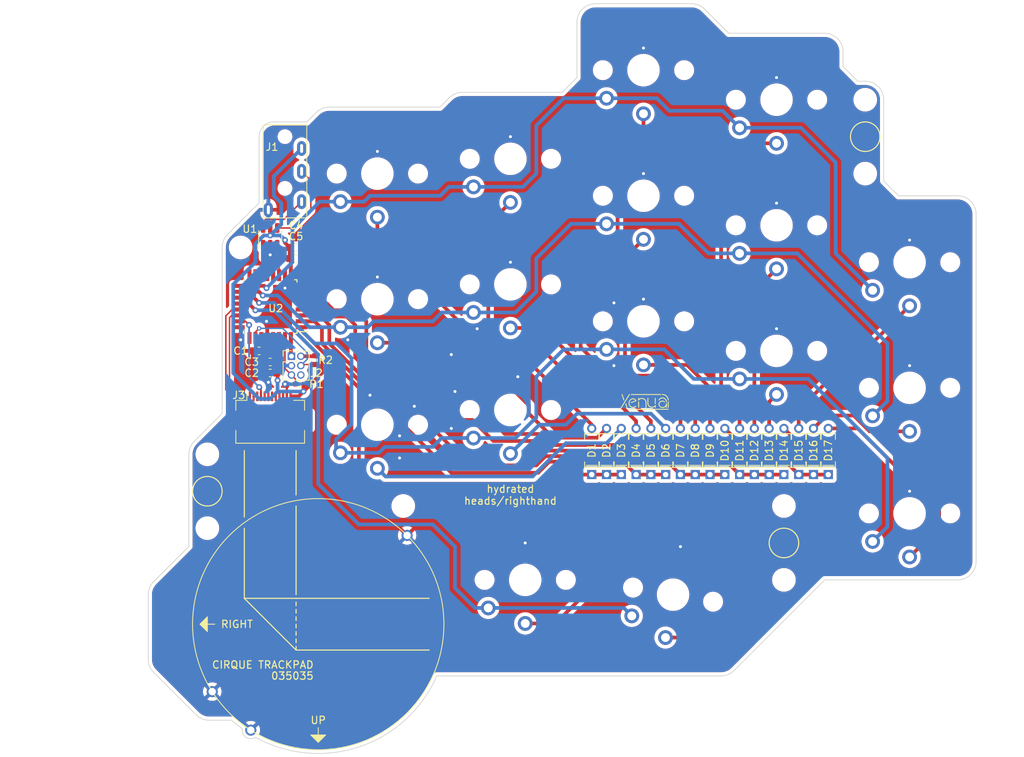
<source format=kicad_pcb>
(kicad_pcb (version 20211014) (generator pcbnew)

  (general
    (thickness 1.6)
  )

  (paper "A4")
  (layers
    (0 "F.Cu" signal)
    (31 "B.Cu" signal)
    (32 "B.Adhes" user "B.Adhesive")
    (33 "F.Adhes" user "F.Adhesive")
    (34 "B.Paste" user)
    (35 "F.Paste" user)
    (36 "B.SilkS" user "B.Silkscreen")
    (37 "F.SilkS" user "F.Silkscreen")
    (38 "B.Mask" user)
    (39 "F.Mask" user)
    (40 "Dwgs.User" user "User.Drawings")
    (41 "Cmts.User" user "User.Comments")
    (42 "Eco1.User" user "User.Eco1")
    (43 "Eco2.User" user "User.Eco2")
    (44 "Edge.Cuts" user)
    (45 "Margin" user)
    (46 "B.CrtYd" user "B.Courtyard")
    (47 "F.CrtYd" user "F.Courtyard")
    (48 "B.Fab" user)
    (49 "F.Fab" user)
    (50 "User.1" user)
    (51 "User.2" user)
    (52 "User.3" user)
    (53 "User.4" user)
    (54 "User.5" user)
    (55 "User.6" user)
    (56 "User.7" user)
    (57 "User.8" user)
    (58 "User.9" user)
  )

  (setup
    (stackup
      (layer "F.SilkS" (type "Top Silk Screen"))
      (layer "F.Paste" (type "Top Solder Paste"))
      (layer "F.Mask" (type "Top Solder Mask") (thickness 0.01))
      (layer "F.Cu" (type "copper") (thickness 0.035))
      (layer "dielectric 1" (type "core") (thickness 1.51) (material "FR4") (epsilon_r 4.5) (loss_tangent 0.02))
      (layer "B.Cu" (type "copper") (thickness 0.035))
      (layer "B.Mask" (type "Bottom Solder Mask") (thickness 0.01))
      (layer "B.Paste" (type "Bottom Solder Paste"))
      (layer "B.SilkS" (type "Bottom Silk Screen"))
      (copper_finish "None")
      (dielectric_constraints no)
    )
    (pad_to_mask_clearance 0)
    (pcbplotparams
      (layerselection 0x00010fc_ffffffff)
      (disableapertmacros false)
      (usegerberextensions false)
      (usegerberattributes true)
      (usegerberadvancedattributes true)
      (creategerberjobfile true)
      (svguseinch false)
      (svgprecision 6)
      (excludeedgelayer true)
      (plotframeref false)
      (viasonmask false)
      (mode 1)
      (useauxorigin false)
      (hpglpennumber 1)
      (hpglpenspeed 20)
      (hpglpendiameter 15.000000)
      (dxfpolygonmode true)
      (dxfimperialunits true)
      (dxfusepcbnewfont true)
      (psnegative false)
      (psa4output false)
      (plotreference true)
      (plotvalue true)
      (plotinvisibletext false)
      (sketchpadsonfab false)
      (subtractmaskfromsilk false)
      (outputformat 1)
      (mirror false)
      (drillshape 1)
      (scaleselection 1)
      (outputdirectory "")
    )
  )

  (net 0 "")
  (net 1 "GND")
  (net 2 "Net-(C1-Pad2)")
  (net 3 "+3V3")
  (net 4 "/SWDIO")
  (net 5 "/RST")
  (net 6 "/SWCLK")
  (net 7 "unconnected-(J2-Pad6)")
  (net 8 "/TRACK_SDA")
  (net 9 "/TRACK_SCL")
  (net 10 "/TRACK_BTN1")
  (net 11 "/TRACK_BTN3")
  (net 12 "/TRACK_BTN2")
  (net 13 "/TRACK_COPI")
  (net 14 "/TRACK_DATA_READY")
  (net 15 "/TRACK_CS")
  (net 16 "/TRACK_CIPO")
  (net 17 "/TRACK_SCK")
  (net 18 "/SCL")
  (net 19 "/SDA")
  (net 20 "Net-(J1-PadR2)")
  (net 21 "Net-(J1-PadR1)")
  (net 22 "C_PINKY")
  (net 23 "unconnected-(U2-Pad6)")
  (net 24 "unconnected-(U2-Pad7)")
  (net 25 "unconnected-(U2-Pad8)")
  (net 26 "R_TOP")
  (net 27 "R_HOME")
  (net 28 "R_BOTTOM")
  (net 29 "R_THUMB")
  (net 30 "C_INNER")
  (net 31 "C_INDEX")
  (net 32 "C_MIDDLE")
  (net 33 "C_RING")
  (net 34 "unconnected-(U2-Pad24)")
  (net 35 "unconnected-(U2-Pad25)")
  (net 36 "unconnected-(U2-Pad27)")
  (net 37 "Net-(D1-Pad2)")
  (net 38 "Net-(D2-Pad2)")
  (net 39 "Net-(D3-Pad2)")
  (net 40 "Net-(D4-Pad2)")
  (net 41 "Net-(D5-Pad2)")
  (net 42 "Net-(D6-Pad2)")
  (net 43 "Net-(D7-Pad2)")
  (net 44 "Net-(D8-Pad2)")
  (net 45 "Net-(D9-Pad2)")
  (net 46 "Net-(D10-Pad2)")
  (net 47 "Net-(D11-Pad2)")
  (net 48 "Net-(D12-Pad2)")
  (net 49 "Net-(D13-Pad2)")
  (net 50 "Net-(D14-Pad2)")
  (net 51 "Net-(D15-Pad2)")
  (net 52 "Net-(D16-Pad2)")
  (net 53 "Net-(D17-Pad2)")
  (net 54 "unconnected-(U2-Pad13)")
  (net 55 "unconnected-(U2-Pad14)")
  (net 56 "unconnected-(U2-Pad15)")
  (net 57 "unconnected-(U2-Pad16)")

  (footprint "Capacitor_SMD:C_0603_1608Metric_Pad1.08x0.95mm_HandSolder" (layer "F.Cu") (at 55.5 116.5 180))

  (footprint "MountingHole:MountingHole_2.2mm_M2_DIN965" (layer "F.Cu") (at 136 91))

  (footprint "mbk:Choc-1u-solder" (layer "F.Cu") (at 106 94))

  (footprint "Capacitor_SMD:C_0603_1608Metric_Pad1.08x0.95mm_HandSolder" (layer "F.Cu") (at 59 102.5))

  (footprint "mbk:Choc-1u-solder" (layer "F.Cu") (at 124 81))

  (footprint "1N4148:DIOAD829W49L456D191" (layer "F.Cu") (at 105 128.5 90))

  (footprint "mbk:Choc-1u-solder" (layer "F.Cu") (at 70 91))

  (footprint "1N4148:DIOAD829W49L456D191" (layer "F.Cu") (at 107 128.5 90))

  (footprint "Package_TO_SOT_SMD:SOT-23-6" (layer "F.Cu") (at 55.5 99.5 90))

  (footprint "1N4148:DIOAD829W49L456D191" (layer "F.Cu") (at 111 128.5 90))

  (footprint "Resistor_SMD:R_0402_1005Metric_Pad0.72x0.64mm_HandSolder" (layer "F.Cu") (at 59.5 119.5 180))

  (footprint "1N4148:DIOAD829W49L456D191" (layer "F.Cu") (at 99 128.5 90))

  (footprint "cirque:cirque_TM035035" (layer "F.Cu") (at 62 152 180))

  (footprint "mbk:Choc-1u-solder" (layer "F.Cu") (at 124 98))

  (footprint "1N4148:DIOAD829W49L456D191" (layer "F.Cu") (at 127 128.5 90))

  (footprint "1N4148:DIOAD829W49L456D191" (layer "F.Cu") (at 125 128.5 90))

  (footprint "mbk:Choc-1u-solder" (layer "F.Cu") (at 88 106))

  (footprint "MountingHole:MountingHole_2.2mm_M2_DIN965" (layer "F.Cu") (at 136 81))

  (footprint "1N4148:DIOAD829W49L456D191" (layer "F.Cu") (at 117 128.5 90))

  (footprint "1N4148:DIOAD829W49L456D191" (layer "F.Cu") (at 109 128.5 90))

  (footprint "mbk:Choc-1u-solder" (layer "F.Cu") (at 142 103))

  (footprint "pj320a:Jack_3.5mm_PJ320A_Horizontal" (layer "F.Cu") (at 57.5 86 -90))

  (footprint "mbk:Choc-1u-solder" (layer "F.Cu") (at 142 137))

  (footprint "mbk:Choc-1u-solder" (layer "F.Cu") (at 124 115))

  (footprint "Connector_FFC-FPC:Hirose_FH12-12S-0.5SH_1x12-1MP_P0.50mm_Horizontal" (layer "F.Cu") (at 55.5 123))

  (footprint "1N4148:DIOAD829W49L456D191" (layer "F.Cu") (at 113 128.5 90))

  (footprint "1N4148:DIOAD829W49L456D191" (layer "F.Cu") (at 115 128.5 90))

  (footprint "mbk:Choc-1u-solder" (layer "F.Cu") (at 88 89))

  (footprint "Capacitor_SMD:C_0603_1608Metric_Pad1.08x0.95mm_HandSolder" (layer "F.Cu") (at 59 101))

  (footprint "xenua:sig" (layer "F.Cu") (at 102.845 122.905167))

  (footprint "MountingHole:MountingHole_2.2mm_M2_DIN965" (layer "F.Cu") (at 125 136))

  (footprint "mbk:Choc-1u-solder" (layer "F.Cu") (at 106 111))

  (footprint "MountingHole:MountingHole_2.2mm_M2_DIN965" (layer "F.Cu") (at 51.5 101))

  (footprint "1N4148:DIOAD829W49L456D191" (layer "F.Cu") (at 103 128.5 90))

  (footprint "MountingHole:MountingHole_2.2mm_M2_DIN965" (layer "F.Cu") (at 47 139))

  (footprint "1N4148:DIOAD829W49L456D191" (layer "F.Cu") (at 131 128.5 90))

  (footprint "Connector_PinHeader_1.27mm:PinHeader_2x03_P1.27mm_Vertical" (layer "F.Cu") (at 58.375 115.725))

  (footprint "mbk:Choc-1u-solder" (layer "F.Cu") (at 142 120))

  (footprint "Capacitor_SMD:C_0603_1608Metric_Pad1.08x0.95mm_HandSolder" (layer "F.Cu") (at 54 115))

  (footprint "MountingHole:MountingHole_2.2mm_M2_DIN965" (layer "F.Cu") (at 125 146))

  (footprint "mbk:Choc-1u-solder" (layer "F.Cu") (at 88 123))

  (footprint "mbk:Choc-1u-solder" (layer "F.Cu") (at 110 148 -10))

  (footprint "1N4148:DIOAD829W49L456D191" (layer "F.Cu") (at 121 128.5 90))

  (footprint "1N4148:DIOAD829W49L456D191" (layer "F.Cu") (at 119 128.5 90))

  (footprint "mbk:Choc-1u-solder" (layer "F.Cu") (at 70 108))

  (footprint "1N4148:DIOAD829W49L456D191" (layer "F.Cu") (at 101 128.5 90))

  (footprint "Resistor_SMD:R_0402_1005Metric_Pad0.72x0.64mm_HandSolder" (layer "F.Cu") (at 61.5 116.25 90))

  (footprint "Package_QFP:TQFP-32_7x7mm_P0.8mm" (layer "F.Cu")
    (tedit 5A02F146) (tstamp ca98b832-42d9-48ef-b0f0-8a38fadade53)
    (at 55.5 109 180)
    (descr "32-Lead Plastic Thin Quad Flatpack (PT) - 7x7x1.0 mm Body, 2.00 mm [TQFP] (see Microchip Packaging Specification 00000049BS.pdf)")
    (tags "QFP 0.8")
    (property "Sheetfile" "righthand.kicad_sch")
    (property "Sheetname" "")
    (path "/cd05dc71-d59b-4335-902d-fe9d6feaeb4a")
    (attr smd)
    (fp_text reference "U2" (at -0.75 -0.25) (layer "F.SilkS")
      (effects (font (size 1 1) (thickness 0.15)))
      (tstamp 7380e8af-0da0-4d19-b97a-3db74afed84b)
    )
    (fp_text value "ATSAMD21E17D-A" (at 0 6.05) (layer "F.Fab")
      (effects (font (size 1 1) (thickness 0.15)))
      (tstamp f2253836-2d9b-40d1-8286-5de307be6bb5)
    )
    (fp_text user "${REFERENCE}" (at 0 0) (layer "F.Fab")
      (effects (font (size 1 1) (thickness 0.15)))
      (tstamp ff516df4-8762-493a-bfa9-d109ded985f2)
    )
    (fp_line (start -3.625 3.625) (end -3.625 3.3) (layer "F.SilkS") (width 0.15) (tstamp 163a52c9-5b76-408e-9e8d-b1d727f1e5eb))
    (fp_line (start -3.625 -3.4) (end -5.05 -3.4) (layer "F.SilkS") (width 0.15) (tstamp 4694337d-87f2-4001-9a42-3ac5af7174f1))
    (fp_line (start -3.625 -3.625) (end -3.625 -3.4) (layer "F.SilkS") (width 0.15) (tstamp 47cb438f-2cfc-49d4-b243-896fd33c4f28))
    (fp_line (start 3.625 3.625) (end 3.3 3.625) (layer "F.SilkS") (width 0.15) (tstamp 875bddaa-a6a5-4d05-aa4e-f34cad246fdd))
    (fp_line (start -3.625 3.625) (end -3.3 3.625) (layer "F.SilkS") (width 0.15) (tstamp abbb76e5-e303-4551-abef-6360b634a66e))
    (fp_line (start -3.625 -3.625) (end -3.3 -3.625) (layer "F.SilkS") (width 0.15) (tstamp b86e3cce-ec47-4e60-ad5f-0c88bb84273a))
    (fp_line (start 3.625 -3.625) (end 3.3 -3.625) (layer "F.SilkS") (width 0.15) (tstamp bd51819b-f5a4-4341-9885-d60fd4aa7ac5))
    (fp_line (start 3.625 -3.625) (end 3.625 -3.3) (layer "F.SilkS") (width 0.15) (tstamp d5bef497-bc4d-4dbe-99cb-e4b3a4c01e3f))
    (fp_line (start 3.625 3.625) (end 3.625 3.3) (layer "F.SilkS") (width 0.15) (tstamp d8527688-0a5f-4213-b379-755ddb37619d))
    (fp_line (start -5.3 -5.3) (end 5.3 -5.3) (layer "F.CrtYd") (width 0.05) (tstamp 075e0099-43cc-4e57-801b-810418507ddf))
    (fp_line (start -5.3 5.3) (end 5.3 5.3) (layer "F.CrtYd") (width 0.05) (tstamp 20f4c3c6-d0c7-4e28-b603-453c6a1d75b5))
    (fp_line (start 5.3 -5.3) (end 5.3 5.3) (layer "F.CrtYd") (width 0.05) (tstamp 2133e340-0ea5-497f-be25-7d4b6d30df2c))
    (fp_line (start -5.3 -5.3) (end -5.3 5.3) (layer "F.CrtYd") (width 0.05) (tstamp cc26b4de-d661-424c-883c-1a8ced1f8768))
    (fp_line (start 3.5 -3.5) (end 3.5 3.5) (layer "F.Fab") (width 0.15) (tstamp 0ab6f123-2f7f-4459-9959-f610555e9965))
    (fp_line (start -3.5 3.5) (end -3.5 -2.5) (layer "F.Fab") (width 0.15) (tstamp 5f53635a-7790-49ef-a708-d89dbdce66ff))
    (fp_line (start 3.5 3.5) (end -3.5 3.5) (layer "F.Fab") (width 0.15) (tstamp 6e1700cd-cad7-4c73-a404-c7fdf714574e))
    (fp_line (start -3.5 -2.5) (end -2.5 -3.5) (layer "F.Fab") (width 0.15) (tstamp a4b2c316-8378-48ff-9099-c95542d4d444))
    (fp_line (start -2.5 -3.5) (end 3.5 -3.5) (layer "F.Fab") (width 0.15) (tstamp fa371ff8-e6fb-4463-8f56-ac49214cf9cf))
    (pad "1" smd rect (at -4.25 -2.8 180) (size 1.6 0.55) (layers "F.Cu" "F.Paste" "F.Mask")
      (net 30 "C_INNER") (pinfunction "PA00") (pintype "bidirectional") (tstamp de6c64d1-4ece-4a3f-aa19-c7141c9b1d34))
    (pad "2" smd rect (at -4.25 -2 180) (size 1.6 0.55) (layers "F.Cu" "F.Paste" "F.Mask")
      (net 31 "C_INDEX") (pinfunction "PA01") (pintype "bidirectional") (tstamp 84b5f244-dacb-46d0-b787-6a3c3e03a9e9))
    (pad "3" smd rect (at -4.25 -1.2 180) (size 1.6 0.55) (layers "F.Cu" "F.Paste" "F.Mask")
      (net 32 "C_MIDDLE") (pinfunction "PA02") (pintype "bidirectional") (tstamp 5597da75-39fc-4d77-89f2-21aa5ef8ba8f))
    (pad "4" smd rect (at -4.25 -0.4 180) (size 1.6 0.55) (layers "F.Cu" "F.Paste" "F.Mask")
      (net 33 "C_RING") (pinfunction "PA03") (pintype "bidirectional") (tstamp 209cde5c-0bb3-411e-b329-e93397c704e0))
    (pad "5" smd rect (at -4.25 0.4 180) (size 1.6 0.55) (layers "F.Cu" "F.Paste" "F.Mask")
      (net 22 "C_PINKY") (pinfunction "PA04") (pintype "bidirectional") (tstamp b82ab260-9cf7-4a11-a443-5d402a27af23))
    (pad "6" smd rect (at -4.25 1.2 180) (size 1.6 0.55) (layers "F.Cu" "F.Paste" "F.Mask")
      (net 23 "unconnected-(U2-Pad6)") (pinfunction "PA05") (pintype "bidirectional") (tstamp 179c24d1-7126-42bf-97a3-780c05bb1910))
    (pad "7" smd rect (at -4.25 2 180) (size 1.6 0.55) (layers "F.Cu" "F.Paste" "F.Mask")
      (net 24 "unconnected-(U2-Pad7)") (pinfunction "PA06") (pintype "bidirectional") (tstamp d5c4fb86-56b1-4f06-b04a-6b003385b76a))
    (pad "8" smd rect (at -4.25 2.8 180) (size 1.6 0.55) (layers "F.Cu" "F.Paste" "F.Mask")
      (net 25 "unconnected-(U2-Pad8)") (pinfunction "PA07") (pintype "bidirectional") (tstamp 05a71337-cddb-4d9a-b7ab-112952ceb99b))
    (pad "9" smd rect (at -2.8 4.25 270) (size 1.6 0.55) (layers "F.Cu" "F.Paste" "F.Mask")
      (net 
... [1195156 chars truncated]
</source>
